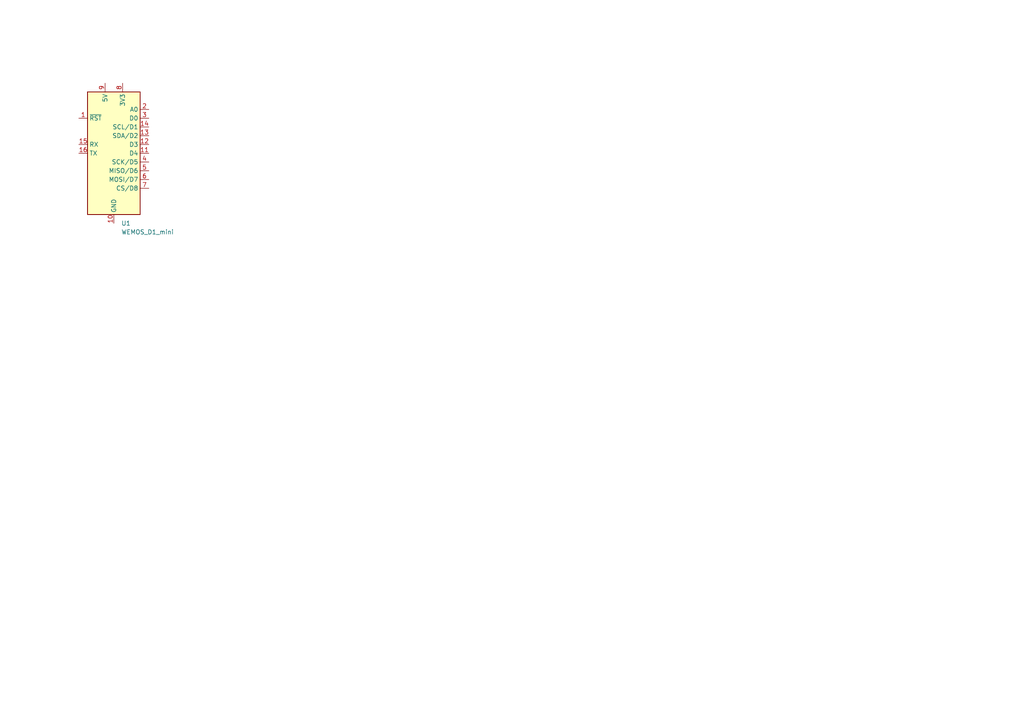
<source format=kicad_sch>
(kicad_sch (version 20250114) (generator "eeschema") (generator_version "9.0")
  (paper "A4")
  (lib_symbols
    (symbol "RF_Module:WEMOS_D1_mini"
      (property "Reference" "U" (at 3.81 19.05 0))
      (property "Value" "WEMOS_D1_mini" (at 1.27 -19.05 0))
      (symbol "WEMOS_D1_mini_1_1"
        (rectangle (start -7.62 17.78) (end 7.62 -17.78) (stroke (width 0.254)) (fill (type background)))
        (pin input line (at -10.16 10.16 0) (length 2.54) (name "~{RST}") (number "1"))
        (pin input line (at -10.16 2.54 0) (length 2.54) (name "RX") (number "15"))
        (pin output line (at -10.16 0 0) (length 2.54) (name "TX") (number "16"))
        (pin power_in line (at -2.54 20.32 270) (length 2.54) (name "5V") (number "9"))
        (pin power_in line (at 0 -20.32 90) (length 2.54) (name "GND") (number "10"))
        (pin power_out line (at 2.54 20.32 270) (length 2.54) (name "3V3") (number "8"))
        (pin input line (at 10.16 12.7 180) (length 2.54) (name "A0") (number "2"))
        (pin bidirectional line (at 10.16 10.16 180) (length 2.54) (name "D0") (number "3"))
        (pin bidirectional line (at 10.16 7.62 180) (length 2.54) (name "SCL/D1") (number "14"))
        (pin bidirectional line (at 10.16 5.08 180) (length 2.54) (name "SDA/D2") (number "13"))
        (pin bidirectional line (at 10.16 2.54 180) (length 2.54) (name "D3") (number "12"))
        (pin bidirectional line (at 10.16 0 180) (length 2.54) (name "D4") (number "11"))
        (pin bidirectional line (at 10.16 -2.54 180) (length 2.54) (name "SCK/D5") (number "4"))
        (pin bidirectional line (at 10.16 -5.08 180) (length 2.54) (name "MISO/D6") (number "5"))
        (pin bidirectional line (at 10.16 -7.62 180) (length 2.54) (name "MOSI/D7") (number "6"))
        (pin bidirectional line (at 10.16 -10.16 180) (length 2.54) (name "CS/D8") (number "7"))
      )
    )
  )
  (symbol (lib_id "RF_Module:WEMOS_D1_mini") (at 33.02 44.45 0) (unit 1)
    (property "Reference" "U1" (at 35.1633 64.77 0) (effects (justify left)))
    (property "Value" "WEMOS_D1_mini" (at 35.1633 67.31 0) (effects (justify left)))
    (property "Footprint" "RF_Module:WEMOS_D1_mini_light" (effects (hide yes)))
    (property "Datasheet" "https://wiki.wemos.cc/products:d1:d1_mini#documentation" (effects (hide yes)))
    (property "Description" "32-bit microcontroller module with WiFi" (effects (hide yes)))
  )
)
</source>
